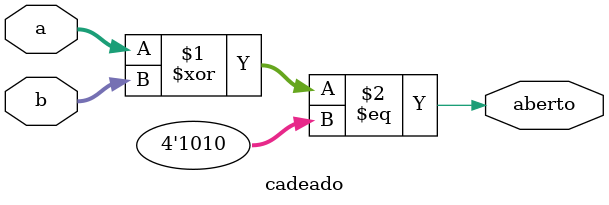
<source format=v>
module cadeado(
    output aberto,
    input [3:0] a,
    input [3:0] b
);

    assign aberto = (a ^ b) == 4'hA;

endmodule
</source>
